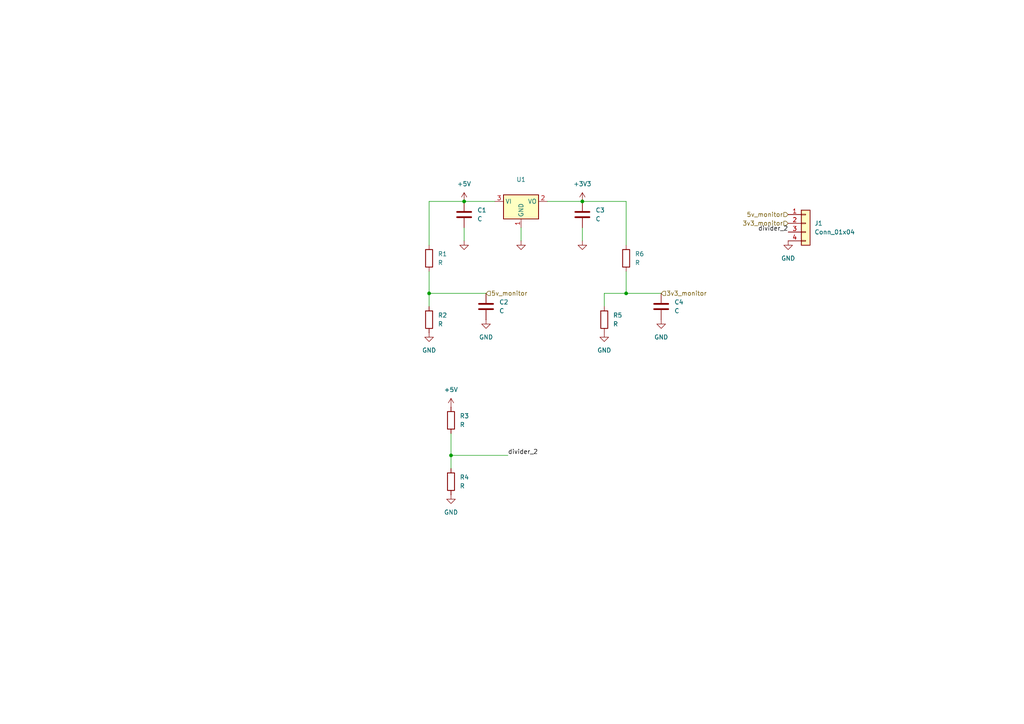
<source format=kicad_sch>
(kicad_sch (version 20231120) (generator "eeschema") (generator_version "8.0")
  (paper "A4")
  (lib_symbols
    (symbol "Connector_Generic:Conn_01x04" (pin_names (offset 1.016) hide)
      (property "Reference" "J" (at 0 5.08 0))
      (property "Value" "Conn_01x04" (at 0 -7.62 0))
      (symbol "Conn_01x04_1_1"
        (rectangle (start -1.27 -4.953) (end 0 -5.207) (stroke (width 0.1524)))
        (rectangle (start -1.27 -2.413) (end 0 -2.667) (stroke (width 0.1524)))
        (rectangle (start -1.27 0.127) (end 0 -0.127) (stroke (width 0.1524)))
        (rectangle (start -1.27 2.667) (end 0 2.413) (stroke (width 0.1524)))
        (rectangle (start -1.27 3.81) (end 1.27 -6.35) (stroke (width 0.254)) (fill (type background)))
        (pin passive line (at -5.08 2.54 0) (length 3.81) (name "Pin_1") (number "1"))
        (pin passive line (at -5.08 0 0) (length 3.81) (name "Pin_2") (number "2"))
        (pin passive line (at -5.08 -2.54 0) (length 3.81) (name "Pin_3") (number "3"))
        (pin passive line (at -5.08 -5.08 0) (length 3.81) (name "Pin_4") (number "4"))
      )
    )
    (symbol "Device:C" (pin_numbers hide) (pin_names (offset 0.254))
      (property "Reference" "C" (at 0.635 2.54 0))
      (property "Value" "C" (at 0.635 -2.54 0))
      (symbol "C_0_1"
        (polyline (pts (xy -2.032 -0.762) (xy 2.032 -0.762)) (stroke (width 0.508)))
        (polyline (pts (xy -2.032 0.762) (xy 2.032 0.762)) (stroke (width 0.508)))
      )
      (symbol "C_1_1"
        (pin passive line (at 0 3.81 270) (length 2.794) (name "~") (number "1"))
        (pin passive line (at 0 -3.81 90) (length 2.794) (name "~") (number "2"))
      )
    )
    (symbol "Device:R" (pin_numbers hide) (pin_names (offset 0))
      (property "Reference" "R" (at 2.032 0 90))
      (property "Value" "R" (at 0 0 90))
      (symbol "R_0_1"
        (rectangle (start -1.016 -2.54) (end 1.016 2.54) (stroke (width 0.254)))
      )
      (symbol "R_1_1"
        (pin passive line (at 0 3.81 270) (length 1.27) (name "~") (number "1"))
        (pin passive line (at 0 -3.81 90) (length 1.27) (name "~") (number "2"))
      )
    )
    (symbol "Regulator_Linear:NCP1117-3.3_SOT223"
      (property "Reference" "U" (at -3.81 3.175 0))
      (property "Value" "NCP1117-3.3_SOT223" (at 0 3.175 0))
      (symbol "NCP1117-3.3_SOT223_0_1"
        (rectangle (start -5.08 -5.08) (end 5.08 1.905) (stroke (width 0.254)) (fill (type background)))
      )
      (symbol "NCP1117-3.3_SOT223_1_1"
        (pin power_in line (at 0 -7.62 90) (length 2.54) (name "GND") (number "1"))
        (pin power_out line (at 7.62 0 180) (length 2.54) (name "VO") (number "2"))
        (pin power_in line (at -7.62 0 0) (length 2.54) (name "VI") (number "3"))
      )
    )
    (symbol "power:+3V3" (power) (pin_numbers hide) (pin_names (offset 0) hide)
      (property "Value" "+3V3" (at 0 3.556 0))
      (symbol "+3V3_0_1"
        (polyline (pts (xy -0.762 1.27) (xy 0 2.54)))
        (polyline (pts (xy 0 0) (xy 0 2.54)))
        (polyline (pts (xy 0 2.54) (xy 0.762 1.27)))
      )
      (symbol "+3V3_1_1"
        (pin power_in line (at 0 0 90) (length 0) (name "~") (number "1"))
      )
    )
    (symbol "power:+5V" (power) (pin_numbers hide) (pin_names (offset 0) hide)
      (property "Value" "+5V" (at 0 3.556 0))
      (symbol "+5V_0_1"
        (polyline (pts (xy -0.762 1.27) (xy 0 2.54)))
        (polyline (pts (xy 0 0) (xy 0 2.54)))
        (polyline (pts (xy 0 2.54) (xy 0.762 1.27)))
      )
      (symbol "+5V_1_1"
        (pin power_in line (at 0 0 90) (length 0) (name "~") (number "1"))
      )
    )
    (symbol "power:GND" (power) (pin_numbers hide) (pin_names (offset 0) hide)
      (property "Value" "GND" (at 0 -3.81 0))
      (symbol "GND_0_1"
        (polyline (pts (xy 0 0) (xy 0 -1.27) (xy 1.27 -1.27) (xy 0 -2.54) (xy -1.27 -1.27) (xy 0 -1.27)))
      )
      (symbol "GND_1_1"
        (pin power_in line (at 0 0 270) (length 0) (name "~") (number "1"))
      )
    )
  )
  (junction (at 181.61 85.09))
  (junction (at 124.46 85.09))
  (junction (at 134.62 58.42))
  (junction (at 130.81 132.08))
  (junction (at 168.91 58.42))
  (wire (pts (xy 181.61 85.09) (xy 191.77 85.09)))
  (wire (pts (xy 124.46 58.42) (xy 134.62 58.42)))
  (wire (pts (xy 130.81 132.08) (xy 130.81 135.89)))
  (wire (pts (xy 130.81 132.08) (xy 147.32 132.08)))
  (wire (pts (xy 175.26 85.09) (xy 175.26 88.9)))
  (wire (pts (xy 168.91 69.85) (xy 168.91 66.04)))
  (wire (pts (xy 124.46 85.09) (xy 140.97 85.09)))
  (wire (pts (xy 124.46 58.42) (xy 124.46 71.12)))
  (wire (pts (xy 158.75 58.42) (xy 168.91 58.42)))
  (wire (pts (xy 130.81 125.73) (xy 130.81 132.08)))
  (wire (pts (xy 134.62 58.42) (xy 143.51 58.42)))
  (wire (pts (xy 181.61 78.74) (xy 181.61 85.09)))
  (wire (pts (xy 181.61 58.42) (xy 168.91 58.42)))
  (wire (pts (xy 134.62 69.85) (xy 134.62 66.04)))
  (wire (pts (xy 175.26 85.09) (xy 181.61 85.09)))
  (wire (pts (xy 181.61 58.42) (xy 181.61 71.12)))
  (wire (pts (xy 151.13 69.85) (xy 151.13 66.04)))
  (wire (pts (xy 124.46 78.74) (xy 124.46 85.09)))
  (wire (pts (xy 124.46 85.09) (xy 124.46 88.9)))
  (label "divider_2" (at 228.6 67.31 180))
  (label "divider_2" (at 147.32 132.08 0))
  (hierarchical_label "5v_monitor" (shape input) (at 140.97 85.09 0))
  (hierarchical_label "5v_monitor" (shape input) (at 228.6 62.23 180))
  (hierarchical_label "3v3_monitor" (shape input) (at 228.6 64.77 180))
  (hierarchical_label "3v3_monitor" (shape input) (at 191.77 85.09 0))
  (symbol (lib_id "Device:R") (at 175.26 92.71 0) (unit 1)
    (property "Reference" "R5" (at 177.8 91.4399 0) (effects (justify left)))
    (property "Value" "R" (at 177.8 93.9799 0) (effects (justify left)))
    (property "Footprint" "Resistor_SMD:R_0603_1608Metric" (effects (hide yes)))
    (property "Description" "Resistor" (effects (hide yes)))
  )
  (symbol (lib_id "power:+5V") (at 130.81 118.11 0) (unit 1)
    (property "Reference" "#PWR02" (effects (hide yes)))
    (property "Value" "+5V" (at 130.81 113.03 0))
    (property "Description" "Power symbol creates a global label with name \"+5V\"" (effects (hide yes)))
  )
  (symbol (lib_id "power:GND") (at 140.97 92.71 0) (unit 1)
    (property "Reference" "#PWR06" (effects (hide yes)))
    (property "Value" "GND" (at 140.97 97.79 0))
    (property "Description" "Power symbol creates a global label with name \"GND\" , ground" (effects (hide yes)))
  )
  (symbol (lib_id "Device:C") (at 191.77 88.9 0) (unit 1)
    (property "Reference" "C4" (at 195.58 87.6299 0) (effects (justify left)))
    (property "Value" "C" (at 195.58 90.1699 0) (effects (justify left)))
    (property "Description" "Unpolarized capacitor" (effects (hide yes)))
  )
  (symbol (lib_id "Device:R") (at 130.81 139.7 0) (unit 1)
    (property "Reference" "R4" (at 133.35 138.4299 0) (effects (justify left)))
    (property "Value" "R" (at 133.35 140.9699 0) (effects (justify left)))
    (property "Footprint" "Resistor_SMD:R_0603_1608Metric" (effects (hide yes)))
    (property "Description" "Resistor" (effects (hide yes)))
  )
  (symbol (lib_id "Connector_Generic:Conn_01x04") (at 233.68 64.77 0) (unit 1)
    (property "Reference" "J1" (at 236.22 64.7699 0) (effects (justify left)))
    (property "Value" "Conn_01x04" (at 236.22 67.3099 0) (effects (justify left)))
    (property "Description" "Generic connector, single row, 01x04, script generated (kicad-library-utils/schlib/autogen/connector/)" (effects (hide yes)))
  )
  (symbol (lib_id "power:GND") (at 134.62 69.85 0) (unit 1)
    (property "Reference" "#PWR05" (effects (hide yes)))
    (property "Value" "GND" (effects (hide yes)))
    (property "Description" "Power symbol creates a global label with name \"GND\" , ground" (effects (hide yes)))
  )
  (symbol (lib_id "power:GND") (at 130.81 143.51 0) (unit 1)
    (property "Reference" "#PWR03" (effects (hide yes)))
    (property "Value" "GND" (at 130.81 148.59 0))
    (property "Description" "Power symbol creates a global label with name \"GND\" , ground" (effects (hide yes)))
  )
  (symbol (lib_id "power:+3V3") (at 168.91 58.42 0) (unit 1)
    (property "Reference" "#PWR08" (effects (hide yes)))
    (property "Value" "+3V3" (at 168.91 53.34 0))
    (property "Description" "Power symbol creates a global label with name \"+3V3\"" (effects (hide yes)))
  )
  (symbol (lib_id "power:GND") (at 151.13 69.85 0) (unit 1)
    (property "Reference" "#PWR07" (effects (hide yes)))
    (property "Value" "GND" (effects (hide yes)))
    (property "Description" "Power symbol creates a global label with name \"GND\" , ground" (effects (hide yes)))
  )
  (symbol (lib_id "Device:R") (at 124.46 92.71 0) (unit 1)
    (property "Reference" "R2" (at 127 91.4399 0) (effects (justify left)))
    (property "Value" "R" (at 127 93.9799 0) (effects (justify left)))
    (property "Footprint" "Resistor_SMD:R_0603_1608Metric" (effects (hide yes)))
    (property "Description" "Resistor" (effects (hide yes)))
  )
  (symbol (lib_id "power:GND") (at 124.46 96.52 0) (unit 1)
    (property "Reference" "#PWR01" (effects (hide yes)))
    (property "Value" "GND" (at 124.46 101.6 0))
    (property "Description" "Power symbol creates a global label with name \"GND\" , ground" (effects (hide yes)))
  )
  (symbol (lib_id "Device:C") (at 134.62 62.23 0) (unit 1)
    (property "Reference" "C1" (at 138.43 60.9599 0) (effects (justify left)))
    (property "Value" "C" (at 138.43 63.4999 0) (effects (justify left)))
    (property "Footprint" "Capacitor_SMD:C_0603_1608Metric" (effects (hide yes)))
    (property "Description" "Unpolarized capacitor" (effects (hide yes)))
  )
  (symbol (lib_id "Device:R") (at 181.61 74.93 0) (unit 1)
    (property "Reference" "R6" (at 184.15 73.6599 0) (effects (justify left)))
    (property "Value" "R" (at 184.15 76.1999 0) (effects (justify left)))
    (property "Footprint" "Resistor_SMD:R_0603_1608Metric" (effects (hide yes)))
    (property "Description" "Resistor" (effects (hide yes)))
  )
  (symbol (lib_id "power:GND") (at 175.26 96.52 0) (unit 1)
    (property "Reference" "#PWR010" (effects (hide yes)))
    (property "Value" "GND" (at 175.26 101.6 0))
    (property "Description" "Power symbol creates a global label with name \"GND\" , ground" (effects (hide yes)))
  )
  (symbol (lib_id "power:GND") (at 228.6 69.85 0) (unit 1)
    (property "Reference" "#PWR012" (effects (hide yes)))
    (property "Value" "GND" (at 228.6 74.93 0))
    (property "Description" "Power symbol creates a global label with name \"GND\" , ground" (effects (hide yes)))
  )
  (symbol (lib_id "Device:R") (at 130.81 121.92 0) (unit 1)
    (property "Reference" "R3" (at 133.35 120.6499 0) (effects (justify left)))
    (property "Value" "R" (at 133.35 123.1899 0) (effects (justify left)))
    (property "Footprint" "Resistor_SMD:R_0603_1608Metric" (effects (hide yes)))
    (property "Description" "Resistor" (effects (hide yes)))
  )
  (symbol (lib_id "Device:C") (at 140.97 88.9 0) (unit 1)
    (property "Reference" "C2" (at 144.78 87.6299 0) (effects (justify left)))
    (property "Value" "C" (at 144.78 90.1699 0) (effects (justify left)))
    (property "Description" "Unpolarized capacitor" (effects (hide yes)))
  )
  (symbol (lib_id "Regulator_Linear:NCP1117-3.3_SOT223") (at 151.13 58.42 0) (unit 1)
    (property "Reference" "U1" (at 151.13 52.07 0))
    (property "Value" "NCP1117-3.3_SOT223" (effects (hide yes)))
    (property "Footprint" "Package_TO_SOT_SMD:SOT-223-3_TabPin2" (effects (hide yes)))
    (property "Datasheet" "http://www.onsemi.com/pub_link/Collateral/NCP1117-D.PDF" (effects (hide yes)))
    (property "Description" "1A Low drop-out regulator, Fixed Output 3.3V, SOT-223" (effects (hide yes)))
  )
  (symbol (lib_id "power:GND") (at 191.77 92.71 0) (unit 1)
    (property "Reference" "#PWR011" (effects (hide yes)))
    (property "Value" "GND" (at 191.77 97.79 0))
    (property "Description" "Power symbol creates a global label with name \"GND\" , ground" (effects (hide yes)))
  )
  (symbol (lib_id "power:GND") (at 168.91 69.85 0) (unit 1)
    (property "Reference" "#PWR09" (effects (hide yes)))
    (property "Value" "GND" (effects (hide yes)))
    (property "Description" "Power symbol creates a global label with name \"GND\" , ground" (effects (hide yes)))
  )
  (symbol (lib_id "Device:C") (at 168.91 62.23 0) (unit 1)
    (property "Reference" "C3" (at 172.72 60.9599 0) (effects (justify left)))
    (property "Value" "C" (at 172.72 63.4999 0) (effects (justify left)))
    (property "Footprint" "Capacitor_SMD:C_0603_1608Metric" (effects (hide yes)))
    (property "Description" "Unpolarized capacitor" (effects (hide yes)))
  )
  (symbol (lib_id "power:+5V") (at 134.62 58.42 0) (unit 1)
    (property "Reference" "#PWR04" (effects (hide yes)))
    (property "Value" "+5V" (at 134.62 53.34 0))
    (property "Description" "Power symbol creates a global label with name \"+5V\"" (effects (hide yes)))
  )
  (symbol (lib_id "Device:R") (at 124.46 74.93 0) (unit 1)
    (property "Reference" "R1" (at 127 73.6599 0) (effects (justify left)))
    (property "Value" "R" (at 127 76.1999 0) (effects (justify left)))
    (property "Footprint" "Resistor_SMD:R_0603_1608Metric" (effects (hide yes)))
    (property "Description" "Resistor" (effects (hide yes)))
  )
)
</source>
